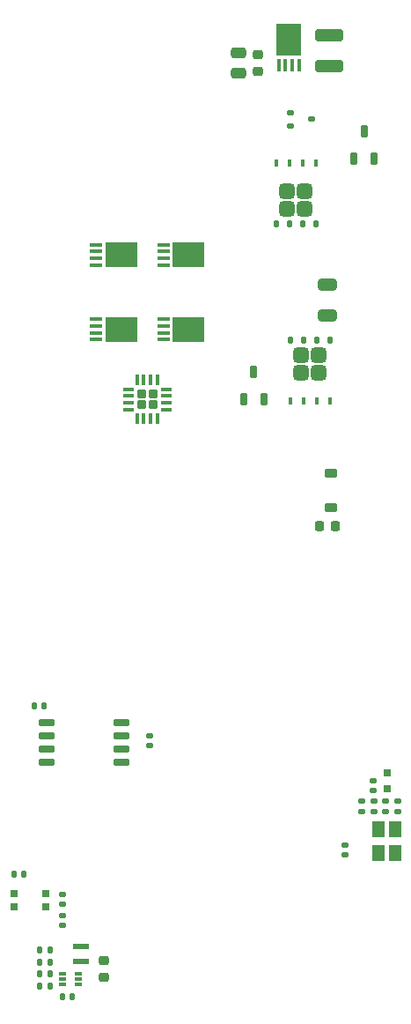
<source format=gbr>
%TF.GenerationSoftware,KiCad,Pcbnew,8.0.1*%
%TF.CreationDate,2024-10-08T23:28:17-07:00*%
%TF.ProjectId,POEPico,504f4550-6963-46f2-9e6b-696361645f70,rev?*%
%TF.SameCoordinates,Original*%
%TF.FileFunction,Paste,Bot*%
%TF.FilePolarity,Positive*%
%FSLAX46Y46*%
G04 Gerber Fmt 4.6, Leading zero omitted, Abs format (unit mm)*
G04 Created by KiCad (PCBNEW 8.0.1) date 2024-10-08 23:28:17*
%MOMM*%
%LPD*%
G01*
G04 APERTURE LIST*
G04 Aperture macros list*
%AMRoundRect*
0 Rectangle with rounded corners*
0 $1 Rounding radius*
0 $2 $3 $4 $5 $6 $7 $8 $9 X,Y pos of 4 corners*
0 Add a 4 corners polygon primitive as box body*
4,1,4,$2,$3,$4,$5,$6,$7,$8,$9,$2,$3,0*
0 Add four circle primitives for the rounded corners*
1,1,$1+$1,$2,$3*
1,1,$1+$1,$4,$5*
1,1,$1+$1,$6,$7*
1,1,$1+$1,$8,$9*
0 Add four rect primitives between the rounded corners*
20,1,$1+$1,$2,$3,$4,$5,0*
20,1,$1+$1,$4,$5,$6,$7,0*
20,1,$1+$1,$6,$7,$8,$9,0*
20,1,$1+$1,$8,$9,$2,$3,0*%
G04 Aperture macros list end*
%ADD10R,0.800000X0.800000*%
%ADD11RoundRect,0.225000X0.250000X-0.225000X0.250000X0.225000X-0.250000X0.225000X-0.250000X-0.225000X0*%
%ADD12RoundRect,0.250000X-0.475000X0.250000X-0.475000X-0.250000X0.475000X-0.250000X0.475000X0.250000X0*%
%ADD13RoundRect,0.140000X-0.140000X-0.170000X0.140000X-0.170000X0.140000X0.170000X-0.140000X0.170000X0*%
%ADD14RoundRect,0.112500X0.237500X-0.112500X0.237500X0.112500X-0.237500X0.112500X-0.237500X-0.112500X0*%
%ADD15RoundRect,0.140000X0.140000X0.170000X-0.140000X0.170000X-0.140000X-0.170000X0.140000X-0.170000X0*%
%ADD16R,1.600000X0.550000*%
%ADD17RoundRect,0.140000X0.170000X-0.140000X0.170000X0.140000X-0.170000X0.140000X-0.170000X-0.140000X0*%
%ADD18RoundRect,0.250000X1.100000X-0.325000X1.100000X0.325000X-1.100000X0.325000X-1.100000X-0.325000X0*%
%ADD19R,1.200000X1.600000*%
%ADD20RoundRect,0.085000X0.265000X0.085000X-0.265000X0.085000X-0.265000X-0.085000X0.265000X-0.085000X0*%
%ADD21RoundRect,0.162500X0.162500X-0.447500X0.162500X0.447500X-0.162500X0.447500X-0.162500X-0.447500X0*%
%ADD22R,1.219200X0.406400*%
%ADD23R,3.073400X2.489200*%
%ADD24RoundRect,0.140000X-0.170000X0.140000X-0.170000X-0.140000X0.170000X-0.140000X0.170000X0.140000X0*%
%ADD25RoundRect,0.375000X-0.375000X0.375000X-0.375000X-0.375000X0.375000X-0.375000X0.375000X0.375000X0*%
%ADD26RoundRect,0.125000X-0.125000X0.250000X-0.125000X-0.250000X0.125000X-0.250000X0.125000X0.250000X0*%
%ADD27RoundRect,0.100000X-0.100000X0.275000X-0.100000X-0.275000X0.100000X-0.275000X0.100000X0.275000X0*%
%ADD28RoundRect,0.225000X0.375000X-0.225000X0.375000X0.225000X-0.375000X0.225000X-0.375000X-0.225000X0*%
%ADD29RoundRect,0.150000X-0.650000X-0.150000X0.650000X-0.150000X0.650000X0.150000X-0.650000X0.150000X0*%
%ADD30RoundRect,0.217500X0.217500X0.217500X-0.217500X0.217500X-0.217500X-0.217500X0.217500X-0.217500X0*%
%ADD31RoundRect,0.075000X0.462500X0.075000X-0.462500X0.075000X-0.462500X-0.075000X0.462500X-0.075000X0*%
%ADD32RoundRect,0.075000X0.075000X0.462500X-0.075000X0.462500X-0.075000X-0.462500X0.075000X-0.462500X0*%
%ADD33RoundRect,0.250000X-0.650000X0.325000X-0.650000X-0.325000X0.650000X-0.325000X0.650000X0.325000X0*%
%ADD34RoundRect,0.375000X0.375000X-0.375000X0.375000X0.375000X-0.375000X0.375000X-0.375000X-0.375000X0*%
%ADD35RoundRect,0.125000X0.125000X-0.250000X0.125000X0.250000X-0.125000X0.250000X-0.125000X-0.250000X0*%
%ADD36RoundRect,0.100000X0.100000X-0.275000X0.100000X0.275000X-0.100000X0.275000X-0.100000X-0.275000X0*%
%ADD37R,0.406400X1.219200*%
%ADD38R,2.489200X3.073400*%
%ADD39RoundRect,0.225000X-0.225000X-0.250000X0.225000X-0.250000X0.225000X0.250000X-0.225000X0.250000X0*%
G04 APERTURE END LIST*
D10*
%TO.C,D3*%
X151638000Y-101957000D03*
X151638000Y-100457000D03*
%TD*%
D11*
%TO.C,C57*%
X124333000Y-120056000D03*
X124333000Y-118506000D03*
%TD*%
D12*
%TO.C,C55*%
X137287000Y-31293129D03*
X137287000Y-33193129D03*
%TD*%
D13*
%TO.C,C59*%
X118186200Y-117475000D03*
X119146200Y-117475000D03*
%TD*%
D14*
%TO.C,D6*%
X142295401Y-38308629D03*
X142295401Y-37008629D03*
X144295401Y-37658629D03*
%TD*%
D15*
%TO.C,R33*%
X119146200Y-120904000D03*
X118186200Y-120904000D03*
%TD*%
D16*
%TO.C,L5*%
X122174000Y-118544000D03*
X122174000Y-117094000D03*
%TD*%
D17*
%TO.C,C29*%
X150292401Y-104144029D03*
X150292401Y-103184029D03*
%TD*%
D18*
%TO.C,C41*%
X146048001Y-32528729D03*
X146048001Y-29578729D03*
%TD*%
D19*
%TO.C,FB3*%
X152396801Y-105883029D03*
X150796801Y-105883029D03*
%TD*%
D13*
%TO.C,C63*%
X117658000Y-94030800D03*
X118618000Y-94030800D03*
%TD*%
D20*
%TO.C,U9*%
X121845200Y-119761000D03*
X121845200Y-120261000D03*
X121845200Y-120761000D03*
X120345200Y-120761000D03*
X120345200Y-120261000D03*
X120345200Y-119761000D03*
%TD*%
D21*
%TO.C,Q10*%
X150325401Y-41421629D03*
X148425401Y-41421629D03*
X149375401Y-38801629D03*
%TD*%
D22*
%TO.C,Q8*%
X123603401Y-51663128D03*
X123603401Y-51013130D03*
X123603401Y-50363128D03*
X123603401Y-49713130D03*
D23*
X126003701Y-50688129D03*
%TD*%
D22*
%TO.C,Q2*%
X130093101Y-58826628D03*
X130093101Y-58176630D03*
X130093101Y-57526628D03*
X130093101Y-56876630D03*
D23*
X132493401Y-57851629D03*
%TD*%
D17*
%TO.C,C33*%
X151435401Y-104144029D03*
X151435401Y-103184029D03*
%TD*%
D13*
%TO.C,C58*%
X120345200Y-121920000D03*
X121305200Y-121920000D03*
%TD*%
D22*
%TO.C,Q4*%
X130093101Y-51663128D03*
X130093101Y-51013130D03*
X130093101Y-50363128D03*
X130093101Y-49713130D03*
D23*
X132493401Y-50688129D03*
%TD*%
D21*
%TO.C,D5*%
X139718401Y-64508629D03*
X137818401Y-64508629D03*
X138768401Y-61888629D03*
%TD*%
D24*
%TO.C,C35*%
X147546601Y-107361429D03*
X147546601Y-108321429D03*
%TD*%
%TO.C,C14*%
X120373801Y-112111229D03*
X120373801Y-113071229D03*
%TD*%
D11*
%TO.C,R22*%
X139192000Y-33018129D03*
X139192000Y-31468129D03*
%TD*%
D19*
%TO.C,FB2*%
X152396801Y-108169029D03*
X150796801Y-108169029D03*
%TD*%
D25*
%TO.C,Q11*%
X143675401Y-44586629D03*
X141975401Y-44586629D03*
X143675401Y-46286629D03*
X141975401Y-46286629D03*
D26*
X144730401Y-47691629D03*
X143460401Y-47691629D03*
X142190401Y-47691629D03*
X140920401Y-47691629D03*
D27*
X140920401Y-41886629D03*
X142190401Y-41886629D03*
X143460401Y-41886629D03*
X144730401Y-41886629D03*
%TD*%
D17*
%TO.C,C38*%
X152578401Y-104144029D03*
X152578401Y-103184029D03*
%TD*%
D13*
%TO.C,R32*%
X118186200Y-119761000D03*
X119146200Y-119761000D03*
%TD*%
D28*
%TO.C,D7*%
X146200401Y-74995629D03*
X146200401Y-71695629D03*
%TD*%
D29*
%TO.C,U2*%
X118858001Y-99457029D03*
X118858001Y-98187029D03*
X118858001Y-96917029D03*
X118858001Y-95647029D03*
X126058001Y-95647029D03*
X126058001Y-96917029D03*
X126058001Y-98187029D03*
X126058001Y-99457029D03*
%TD*%
D22*
%TO.C,Q6*%
X123616101Y-58826628D03*
X123616101Y-58176630D03*
X123616101Y-57526628D03*
X123616101Y-56876630D03*
D23*
X126016401Y-57851629D03*
%TD*%
D10*
%TO.C,Y1*%
X118793801Y-112029829D03*
X118793801Y-113329829D03*
X115693801Y-113329829D03*
X115693801Y-112029829D03*
%TD*%
D17*
%TO.C,R17*%
X150264401Y-102141629D03*
X150264401Y-101181629D03*
%TD*%
D30*
%TO.C,U4*%
X129055401Y-65090629D03*
X129055401Y-64010629D03*
X127975401Y-65090629D03*
X127975401Y-64010629D03*
D31*
X130352901Y-63575629D03*
X130352901Y-64225629D03*
X130352901Y-64875629D03*
X130352901Y-65525629D03*
D32*
X129490401Y-66388129D03*
X128840401Y-66388129D03*
X128190401Y-66388129D03*
X127540401Y-66388129D03*
D31*
X126677901Y-65525629D03*
X126677901Y-64875629D03*
X126677901Y-64225629D03*
X126677901Y-63575629D03*
D32*
X127540401Y-62713129D03*
X128190401Y-62713129D03*
X128840401Y-62713129D03*
X129490401Y-62713129D03*
%TD*%
D13*
%TO.C,C60*%
X118186200Y-118618000D03*
X119146200Y-118618000D03*
%TD*%
D33*
%TO.C,C43*%
X145819401Y-53532629D03*
X145819401Y-56482629D03*
%TD*%
D24*
%TO.C,R5*%
X120373801Y-114128229D03*
X120373801Y-115088229D03*
%TD*%
D34*
%TO.C,Q12*%
X143318401Y-61988629D03*
X145018401Y-61988629D03*
X143318401Y-60288629D03*
X145018401Y-60288629D03*
D35*
X142263401Y-58883629D03*
X143533401Y-58883629D03*
X144803401Y-58883629D03*
X146073401Y-58883629D03*
D36*
X146073401Y-64688629D03*
X144803401Y-64688629D03*
X143533401Y-64688629D03*
X142263401Y-64688629D03*
%TD*%
D37*
%TO.C,Q9*%
X143111400Y-32438929D03*
X142461402Y-32438929D03*
X141811400Y-32438929D03*
X141161402Y-32438929D03*
D38*
X142136401Y-30038629D03*
%TD*%
D13*
%TO.C,C13*%
X115693801Y-110201029D03*
X116653801Y-110201029D03*
%TD*%
D17*
%TO.C,C28*%
X149149401Y-104144029D03*
X149149401Y-103184029D03*
%TD*%
D39*
%TO.C,R29*%
X145095401Y-76723829D03*
X146645401Y-76723829D03*
%TD*%
D17*
%TO.C,C12*%
X128776001Y-97851429D03*
X128776001Y-96891429D03*
%TD*%
M02*

</source>
